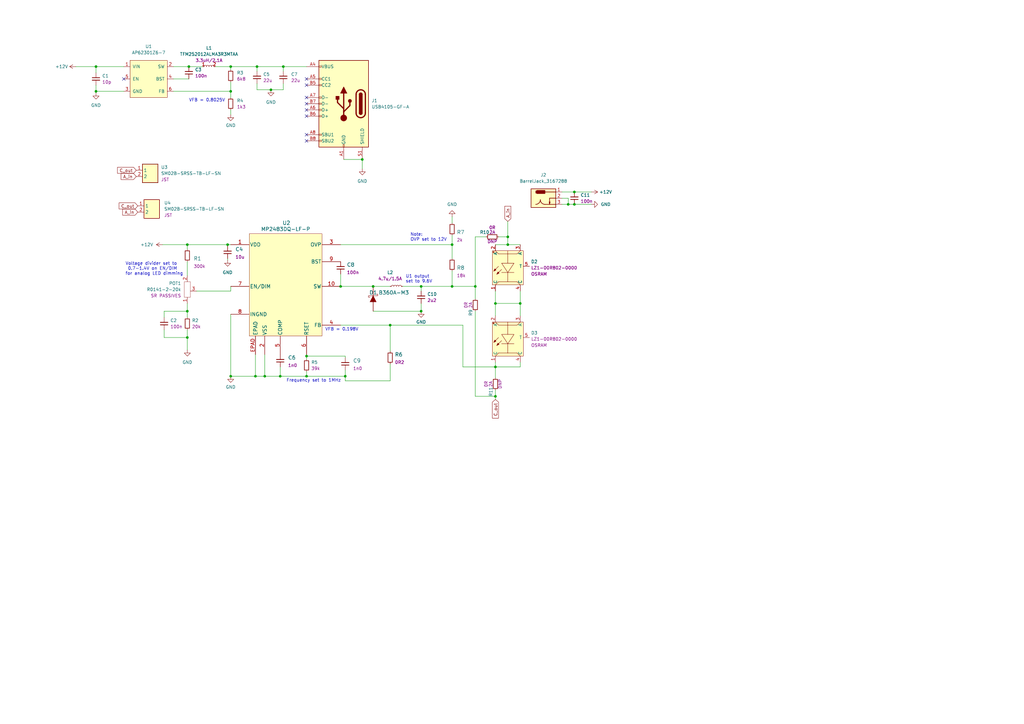
<source format=kicad_sch>
(kicad_sch (version 20211123) (generator eeschema)
  (paper "A3")
  (lib_symbols
    (symbol "antmicroBarrelAudioConnectors:BarrelJack_3167288" (pin_names hide)
      (property "Reference" "J" (at 17.78 -5.08 0))
      (property "Value" "BarrelJack_3167288" (at 17.78 -7.62 0))
      (symbol "BarrelJack_3167288_0_1"
        (polyline (pts (xy 5.08 -5.08) (xy 5.334 -4.064) (xy 4.826 -4.064) (xy 5.08 -5.08)) (fill (type outline)))
      )
      (symbol "BarrelJack_3167288_1_1"
        (polyline (pts (xy 2.54 -5.08) (xy 6.985 -5.08)) (stroke (width 0.254)) (fill (type background)))
        (polyline (pts (xy 2.54 -2.54) (xy 5.08 -2.54)) (stroke (width 0.254)) (fill (type background)))
        (polyline (pts (xy 2.54 0) (xy 6.985 0)) (stroke (width 0.254)) (fill (type background)))
        (polyline (pts (xy 5.08 -2.54) (xy 5.08 -5.08)) (stroke (width 0.254)) (fill (type background)))
        (rectangle (start 2.54 -6.35) (end 12.7 1.27) (stroke (width 0.254)) (fill (type background)))
        (arc (start 6.985 -5.08) (mid 10.237 -6.427) (end 8.89 -3.175) (stroke (width 0.254)))
        (rectangle (start 6.985 0.635) (end 10.16 -0.635) (stroke (width 0.254)) (fill (type outline)))
        (arc (start 8.89 -3.175) (mid 7.543 -6.427) (end 10.795 -5.08) (stroke (width 0.254)))
        (arc (start 10.16 0.635) (mid 9.711 -0.449) (end 10.795 0) (stroke (width 0.254)) (fill (type outline)))
        (arc (start 10.795 0) (mid 9.711 0.449) (end 10.16 -0.635) (stroke (width 0.254)) (fill (type outline)))
        (pin passive line (at 0 0 0) (length 2.54) (name "1") (number "1"))
        (pin passive line (at 0 -2.54 0) (length 2.54) (name "2") (number "2"))
        (pin passive line (at 0 -5.08 0) (length 2.54) (name "3") (number "3"))
      )
    )
    (symbol "antmicroCapacitors0402:C_100n_0402" (pin_numbers hide) (pin_names hide)
      (property "Reference" "C" (at 20.32 -5.08 0))
      (property "Val" "100n" (at 20.32 -7.62 0))
      (symbol "C_100n_0402_0_1"
        (polyline (pts (xy 2.032 -1.524) (xy 2.032 1.524)) (stroke (width 0.3048)))
        (polyline (pts (xy 3.048 -1.524) (xy 3.048 1.524)) (stroke (width 0.3302)))
      )
      (symbol "C_100n_0402_1_1"
        (pin passive line (at 0 0 0) (length 2.032) (name "~") (number "1"))
        (pin passive line (at 5.08 0 180) (length 2.032) (name "~") (number "2"))
      )
    )
    (symbol "antmicroCapacitors0402:C_10p_0402" (pin_numbers hide) (pin_names hide)
      (property "Reference" "C" (at 20.32 -5.08 0))
      (property "Val" "10p" (at 20.32 -7.62 0))
      (symbol "C_10p_0402_0_1"
        (polyline (pts (xy 2.032 -1.524) (xy 2.032 1.524)) (stroke (width 0.3048)))
        (polyline (pts (xy 3.048 -1.524) (xy 3.048 1.524)) (stroke (width 0.3302)))
      )
      (symbol "C_10p_0402_1_1"
        (pin passive line (at 0 0 0) (length 2.032) (name "~") (number "1"))
        (pin passive line (at 5.08 0 180) (length 2.032) (name "~") (number "2"))
      )
    )
    (symbol "antmicroCapacitors0402:C_1n0_0402" (pin_numbers hide) (pin_names hide)
      (property "Reference" "C" (at 20.32 -5.08 0))
      (property "Val" "1n0" (at 20.32 -7.62 0))
      (symbol "C_1n0_0402_0_1"
        (polyline (pts (xy 2.032 -1.524) (xy 2.032 1.524)) (stroke (width 0.3048)))
        (polyline (pts (xy 3.048 -1.524) (xy 3.048 1.524)) (stroke (width 0.3302)))
      )
      (symbol "C_1n0_0402_1_1"
        (pin passive line (at 0 0 0) (length 2.032) (name "~") (number "1"))
        (pin passive line (at 5.08 0 180) (length 2.032) (name "~") (number "2"))
      )
    )
    (symbol "antmicroCapacitors0603:C_22u_0603" (pin_numbers hide) (pin_names hide)
      (property "Reference" "C" (at 20.32 -5.08 0))
      (property "Val" "22u" (at 20.32 -7.62 0))
      (symbol "C_22u_0603_0_1"
        (polyline (pts (xy 2.032 -1.524) (xy 2.032 1.524)) (stroke (width 0.3048)))
        (polyline (pts (xy 3.048 -1.524) (xy 3.048 1.524)) (stroke (width 0.3302)))
      )
      (symbol "C_22u_0603_1_1"
        (pin passive line (at 0 0 0) (length 2.032) (name "~") (number "1"))
        (pin passive line (at 5.08 0 180) (length 2.032) (name "~") (number "2"))
      )
    )
    (symbol "antmicroCapacitors0603:C_2u2_0603" (pin_numbers hide) (pin_names hide)
      (property "Reference" "C" (at 20.32 -5.08 0))
      (property "Val" "2u2" (at 20.32 -7.62 0))
      (symbol "C_2u2_0603_0_1"
        (polyline (pts (xy 2.032 -1.524) (xy 2.032 1.524)) (stroke (width 0.3048)))
        (polyline (pts (xy 3.048 -1.524) (xy 3.048 1.524)) (stroke (width 0.3302)))
      )
      (symbol "C_2u2_0603_1_1"
        (pin passive line (at 0 0 0) (length 2.032) (name "~") (number "1"))
        (pin passive line (at 5.08 0 180) (length 2.032) (name "~") (number "2"))
      )
    )
    (symbol "antmicroCapacitorsmisc:C_10u_0805" (pin_numbers hide) (pin_names hide)
      (property "Reference" "C" (at 20.32 -5.08 0))
      (property "Val" "10u" (at 20.32 -7.62 0))
      (symbol "C_10u_0805_0_1"
        (polyline (pts (xy 2.032 -1.524) (xy 2.032 1.524)) (stroke (width 0.3048)))
        (polyline (pts (xy 3.048 -1.524) (xy 3.048 1.524)) (stroke (width 0.3302)))
      )
      (symbol "C_10u_0805_1_1"
        (pin passive line (at 0 0 0) (length 2.032) (name "~") (number "1"))
        (pin passive line (at 5.08 0 180) (length 2.032) (name "~") (number "2"))
      )
    )
    (symbol "antmicroDCDCConverters:AP62301Z6-7" (pin_names (offset 1.016))
      (property "Reference" "U" (at -7.62 8.89 0))
      (property "Value" "AP62301Z6-7" (at -7.62 -8.89 0))
      (symbol "AP62301Z6-7_0_1"
        (rectangle (start -7.62 7.62) (end 7.62 -7.62) (fill (type background)))
      )
      (symbol "AP62301Z6-7_1_1"
        (pin power_in line (at -10.16 5.08 0) (length 2.54) (name "VIN") (number "1"))
        (pin power_out line (at 10.16 5.08 180) (length 2.54) (name "SW") (number "2"))
        (pin power_in line (at -10.16 -5.08 0) (length 2.54) (name "GND") (number "3"))
        (pin output line (at 10.16 0 180) (length 2.54) (name "BST") (number "4"))
        (pin input line (at -10.16 0 0) (length 2.54) (name "EN") (number "5"))
        (pin input line (at 10.16 -5.08 180) (length 2.54) (name "FB") (number "6"))
      )
    )
    (symbol "antmicroDiodesRectifiersSingle:B360A-M3" (pin_numbers hide) (pin_names (offset 0) hide)
      (property "Reference" "D1" (at 2.54 1.5875 90))
      (property "Value" "B360A-M3" (at 2.54 -2.2225 90))
      (symbol "B360A-M3_0_1"
        (polyline (pts (xy 1.27 1.27) (xy 1.27 -1.27)))
        (polyline (pts (xy -1.27 1.27) (xy -1.27 -1.27) (xy 1.27 0) (xy -1.27 1.27)) (fill (type outline)))
        (polyline (pts (xy 1.27 -1.27) (xy 1.27 -1.905) (xy 1.905 -1.905) (xy 1.905 -1.27)))
        (polyline (pts (xy 1.27 1.27) (xy 1.27 1.905) (xy 0.635 1.905) (xy 0.635 1.27)))
      )
      (symbol "B360A-M3_1_1"
        (pin passive line (at -5.08 0 0) (length 3.81) (name "A") (number "1"))
        (pin passive line (at 5.08 0 180) (length 3.81) (name "K") (number "2"))
      )
    )
    (symbol "antmicroFixedInductors:SRP2512A-4R7M" (pin_numbers hide) (pin_names hide)
      (property "Reference" "L" (at 13.97 0 0))
      (property "Val" "4.7u/1.5A" (at 13.97 -5.08 0))
      (symbol "SRP2512A-4R7M_0_1"
        (arc (start 1.524 0) (mid 1.016 0.508) (end 0.508 0))
        (arc (start 2.54 0) (mid 2.032 0.508) (end 1.524 0))
        (arc (start 3.556 0) (mid 3.048 0.508) (end 2.54 0))
        (arc (start 4.572 0) (mid 4.064 0.508) (end 3.556 0))
      )
      (symbol "SRP2512A-4R7M_1_1"
        (pin passive line (at 0 0 0) (length 0.508) (name "~") (number "1"))
        (pin passive line (at 5.08 0 180) (length 0.508) (name "~") (number "2"))
      )
    )
    (symbol "antmicroFixedInductors:TFM252012ALMA3R3MTAA"
      (property "Reference" "L" (at 0 5.08 0))
      (property "Value" "TFM252012ALMA3R3MTAA" (at 0 -2.54 0))
      (property "VAL" "3.3uH/2.1A" (at 0 2.54 0))
      (symbol "TFM252012ALMA3R3MTAA_0_1"
        (arc (start -1.016 0) (mid -1.524 0.508) (end -2.032 0))
        (arc (start 0 0) (mid -0.508 0.508) (end -1.016 0))
        (arc (start 1.016 0) (mid 0.508 0.508) (end 0 0))
        (arc (start 2.032 0) (mid 1.524 0.508) (end 1.016 0))
      )
      (symbol "TFM252012ALMA3R3MTAA_1_1"
        (pin passive line (at -2.54 0 0) (length 0.508) (name "~") (number "1"))
        (pin passive line (at 2.54 0 180) (length 0.508) (name "~") (number "2"))
      )
    )
    (symbol "antmicroLEDIndicationDiscrete:LZ1-00R802-0000"
      (property "Reference" "D" (at 9.398 7.112 0))
      (property "MPN" "LZ1-00R802-0000" (at 10.16 4.826 0))
      (property "Manufacturer" "OSRAM" (at 9.144 2.794 0))
      (symbol "LZ1-00R802-0000_0_1"
        (polyline (pts (xy 3.81 -8.89) (xy 2.54 -10.16)))
        (polyline (pts (xy 3.81 -5.08) (xy 3.81 -8.89)))
        (polyline (pts (xy 3.81 -5.08) (xy 3.81 -1.27)))
        (polyline (pts (xy 3.81 -1.27) (xy 2.54 0)))
        (polyline (pts (xy 8.89 -2.54) (xy 7.62 -1.27)))
        (polyline (pts (xy 10.16 -1.27) (xy 8.89 0)))
        (polyline (pts (xy 15.24 -5.08) (xy 16.51 -5.08)))
        (polyline (pts (xy 15.24 -5.08) (xy 15.24 -8.89) (xy 16.51 -10.16)))
        (polyline (pts (xy 7.62 -5.08) (xy 11.43 -2.54) (xy 11.43 -7.62) (xy 7.62 -5.08)))
        (polyline (pts (xy 11.43 -5.08) (xy 15.24 -5.08) (xy 15.24 -1.27) (xy 16.51 0)))
        (polyline (pts (xy 2.54 1.27) (xy 2.54 -11.43) (xy 16.51 -11.43) (xy 16.51 1.27) (xy 2.54 1.27)) (fill (type background)))
        (polyline (pts (xy 3.81 -5.08) (xy 7.62 -5.08) (xy 7.62 -2.54) (xy 7.62 -7.62) (xy 7.62 -5.08)))
        (polyline (pts (xy 7.62 -1.27) (xy 7.366 -1.524) (xy 6.858 -0.508) (xy 7.874 -1.016) (xy 7.62 -1.27)) (fill (type outline)))
        (polyline (pts (xy 8.89 0) (xy 8.636 -0.254) (xy 8.128 0.762) (xy 9.144 0.254) (xy 8.89 0)) (fill (type outline)))
        (circle (center 16.002 0.762) (radius 0.254) (fill (type outline)))
      )
      (symbol "LZ1-00R802-0000_1_1"
        (pin output line (at 0 0 0) (length 2.54) (name "C") (number "1"))
        (pin input line (at 19.05 0 180) (length 2.54) (name "A") (number "2"))
        (pin input line (at 19.05 -10.16 180) (length 2.54) (name "A") (number "3"))
        (pin output line (at 0 -10.16 0) (length 2.54) (name "C") (number "4"))
        (pin input line (at 10.16 -13.97 90) (length 2.54) (name "T") (number "5"))
      )
    )
    (symbol "antmicroPMICLEDDrivers:MP2483DQ-LF-P" (pin_names (offset 0.254))
      (property "Reference" "U" (at -13.97 24.13 0))
      (property "Value" "MP2483DQ-LF-P" (at -5.08 20.955 0))
      (symbol "MP2483DQ-LF-P_1_1"
        (rectangle (start -15.24 19.05) (end 14.605 -22.86) (stroke (width 0.127)) (fill (type background)))
        (pin power_in line (at -22.86 14.605 0) (length 7.62) (name "VDD") (number "1"))
        (pin output line (at 22.225 -2.54 180) (length 7.62) (name "SW") (number "10"))
        (pin power_in line (at -8.89 -30.48 90) (length 7.62) (name "VSS") (number "2"))
        (pin unspecified line (at 22.225 14.605 180) (length 7.62) (name "OVP") (number "3"))
        (pin input line (at 22.225 -18.415 180) (length 7.62) (name "FB") (number "4"))
        (pin output line (at -2.54 -30.48 90) (length 7.62) (name "COMP") (number "5"))
        (pin unspecified line (at 8.255 -30.48 90) (length 7.62) (name "RSET") (number "6"))
        (pin input line (at -22.86 -2.54 0) (length 7.62) (name "EN/DIM") (number "7"))
        (pin power_in line (at -22.86 -13.97 0) (length 7.62) (name "INGND") (number "8"))
        (pin power_in line (at 22.225 7.62 180) (length 7.62) (name "BST") (number "9"))
        (pin power_in line (at -12.7 -30.48 90) (length 7.62) (name "EPAD") (number "EPAD"))
      )
    )
    (symbol "antmicroRectangularConnectorsHeadersMalePins:SM02B-SRSS-TB-LF-SN"
      (property "Reference" "U" (at 1.27 8.89 0))
      (property "Value" "SM02B-SRSS-TB-LF-SN" (at 12.7 3.81 0))
      (property "Manufacturer" "JST" (at 2.54 6.35 0))
      (symbol "SM02B-SRSS-TB-LF-SN_1_1"
        (rectangle (start 2.54 2.54) (end 8.89 -5.08) (stroke (width 0.254)) (fill (type background)))
        (pin passive line (at 0 0 0) (length 2.54) (name "1") (number "1"))
        (pin passive line (at 0 -2.54 0) (length 2.54) (name "2") (number "2"))
      )
    )
    (symbol "antmicroResistors0402:R_18k_0402" (pin_numbers hide) (pin_names hide)
      (property "Reference" "R" (at 20.32 -5.08 0))
      (property "Val" "18k" (at 20.32 -7.62 0))
      (symbol "R_18k_0402_0_1"
        (rectangle (start 0.635 0.889) (end 4.445 -0.889) (stroke (width 0.254)))
      )
      (symbol "R_18k_0402_1_1"
        (pin passive line (at 0 0 0) (length 0.635) (name "~") (number "1"))
        (pin passive line (at 5.08 0 180) (length 0.635) (name "~") (number "2"))
      )
    )
    (symbol "antmicroResistors0402:R_1k3_0402" (pin_numbers hide) (pin_names hide)
      (property "Reference" "R" (at 20.32 -5.08 0))
      (property "Val" "1k3" (at 20.32 -7.62 0))
      (symbol "R_1k3_0402_0_1"
        (rectangle (start 0.635 0.889) (end 4.445 -0.889) (stroke (width 0.254)))
      )
      (symbol "R_1k3_0402_1_1"
        (pin passive line (at 0 0 0) (length 0.635) (name "~") (number "1"))
        (pin passive line (at 5.08 0 180) (length 0.635) (name "~") (number "2"))
      )
    )
    (symbol "antmicroResistors0402:R_20k_0402" (pin_numbers hide) (pin_names hide)
      (property "Reference" "R" (at 20.32 -5.08 0))
      (property "Val" "20k" (at 20.32 -7.62 0))
      (symbol "R_20k_0402_0_1"
        (rectangle (start 0.635 0.889) (end 4.445 -0.889) (stroke (width 0.254)))
      )
      (symbol "R_20k_0402_1_1"
        (pin passive line (at 0 0 0) (length 0.635) (name "~") (number "1"))
        (pin passive line (at 5.08 0 180) (length 0.635) (name "~") (number "2"))
      )
    )
    (symbol "antmicroResistors0402:R_2k_0402" (pin_numbers hide) (pin_names hide)
      (property "Reference" "R" (at 20.32 -5.08 0))
      (property "Val" "2k" (at 20.32 -7.62 0))
      (symbol "R_2k_0402_0_1"
        (rectangle (start 0.635 0.889) (end 4.445 -0.889) (stroke (width 0.254)))
      )
      (symbol "R_2k_0402_1_1"
        (pin passive line (at 0 0 0) (length 0.635) (name "~") (number "1"))
        (pin passive line (at 5.08 0 180) (length 0.635) (name "~") (number "2"))
      )
    )
    (symbol "antmicroResistors0402:R_39k_0402" (pin_numbers hide) (pin_names hide)
      (property "Reference" "R" (at 20.32 -5.08 0))
      (property "Val" "39k" (at 20.32 -7.62 0))
      (symbol "R_39k_0402_0_1"
        (rectangle (start 0.635 0.889) (end 4.445 -0.889) (stroke (width 0.254)))
      )
      (symbol "R_39k_0402_1_1"
        (pin passive line (at 0 0 0) (length 0.635) (name "~") (number "1"))
        (pin passive line (at 5.08 0 180) (length 0.635) (name "~") (number "2"))
      )
    )
    (symbol "antmicroResistors0402:R_6k8_0402" (pin_numbers hide) (pin_names hide)
      (property "Reference" "R" (at 20.32 -5.08 0))
      (property "Val" "6k8" (at 20.32 -7.62 0))
      (symbol "R_6k8_0402_0_1"
        (rectangle (start 0.635 0.889) (end 4.445 -0.889) (stroke (width 0.254)))
      )
      (symbol "R_6k8_0402_1_1"
        (pin passive line (at 0 0 0) (length 0.635) (name "~") (number "1"))
        (pin passive line (at 5.08 0 180) (length 0.635) (name "~") (number "2"))
      )
    )
    (symbol "antmicroResistors0603:R_300k_0603" (pin_numbers hide) (pin_names hide)
      (property "Reference" "R" (at 20.32 -5.08 0))
      (property "Val" "300k" (at 20.32 -7.62 0))
      (symbol "R_300k_0603_0_1"
        (rectangle (start 0.635 0.889) (end 4.445 -0.889) (stroke (width 0.254)))
      )
      (symbol "R_300k_0603_1_1"
        (pin passive line (at 0 0 0) (length 0.635) (name "~") (number "1"))
        (pin passive line (at 5.08 0 180) (length 0.635) (name "~") (number "2"))
      )
    )
    (symbol "antmicroResistorsmisc:R_0R2_1206" (pin_numbers hide) (pin_names hide)
      (property "Reference" "R" (at 20.32 -5.08 0))
      (property "Val" "0R2" (at 20.32 -7.62 0))
      (symbol "R_0R2_1206_0_1"
        (rectangle (start 0.635 0.889) (end 4.445 -0.889) (stroke (width 0.254)))
      )
      (symbol "R_0R2_1206_1_1"
        (pin passive line (at 0 0 0) (length 0.635) (name "~") (number "1"))
        (pin passive line (at 5.08 0 180) (length 0.635) (name "~") (number "2"))
      )
    )
    (symbol "antmicroResistorsmisc:R_0R_1206" (pin_numbers hide) (pin_names hide)
      (property "Reference" "R" (at 20.32 -5.08 0))
      (property "Val" "0R" (at 20.32 -7.62 0))
      (property "Current" "2A" (at 20.32 -30.48 0))
      (symbol "R_0R_1206_0_1"
        (rectangle (start 0.635 0.889) (end 4.445 -0.889) (stroke (width 0.254)))
      )
      (symbol "R_0R_1206_1_1"
        (pin passive line (at 0 0 0) (length 0.635) (name "~") (number "1"))
        (pin passive line (at 5.08 0 180) (length 0.635) (name "~") (number "2"))
      )
    )
    (symbol "antmicroRotaryPotentiometersRheostats:R0141-2-20k"
      (property "Reference" "POT" (at 6.35 7.62 0))
      (property "Value" "R0141-2-20k" (at 6.35 2.54 0))
      (property "Manufacturer" "SR PASSIVES" (at 6.35 5.08 0))
      (symbol "R0141-2-20k_0_1"
        (rectangle (start 2.54 1.27) (end 8.89 -1.27) (stroke (width 0.1)))
      )
      (symbol "R0141-2-20k_1_1"
        (pin passive line (at 0 0 0) (length 2.54) (name "") (number "1"))
        (pin passive line (at 11.43 0 180) (length 2.54) (name "") (number "2"))
        (pin passive line (at 5.08 -3.81 90) (length 2.54) (name "") (number "3"))
      )
    )
    (symbol "antmicroUSBDVIHDMIConnectors:USB4105-GF-A" (pin_names (offset 1.016))
      (property "Reference" "J" (at 1.27 29.21 0))
      (property "Value" "USB4105-GF-A" (at -16.51 24.13 0))
      (symbol "USB4105-GF-A_1_1"
        (rectangle (start -10.16 17.78) (end 10.16 -17.78) (stroke (width 0.254)) (fill (type background)))
        (arc (start -8.89 -3.81) (mid -6.985 -5.715) (end -5.08 -3.81) (stroke (width 0.508)))
        (arc (start -7.62 -3.81) (mid -6.985 -4.445) (end -6.35 -3.81) (stroke (width 0.254)))
        (arc (start -7.62 -3.81) (mid -6.985 -4.445) (end -6.35 -3.81) (stroke (width 0.254)) (fill (type outline)))
        (rectangle (start -7.62 -3.81) (end -6.35 3.81) (stroke (width 0.254)) (fill (type outline)))
        (arc (start -6.35 3.81) (mid -6.985 4.445) (end -7.62 3.81) (stroke (width 0.254)))
        (arc (start -6.35 3.81) (mid -6.985 4.445) (end -7.62 3.81) (stroke (width 0.254)) (fill (type outline)))
        (arc (start -5.08 3.81) (mid -6.985 5.715) (end -8.89 3.81) (stroke (width 0.508)))
        (circle (center -2.54 1.143) (radius 0.635) (stroke (width 0.254)) (fill (type outline)))
        (rectangle (start -0.254 -17.78) (end 0.254 -16.764))
        (circle (center 0 -5.842) (radius 1.27) (fill (type outline)))
        (polyline (pts (xy -8.89 -3.81) (xy -8.89 3.81)) (stroke (width 0.508)))
        (polyline (pts (xy -5.08 3.81) (xy -5.08 -3.81)) (stroke (width 0.508)))
        (polyline (pts (xy 0 -5.842) (xy 0 4.318)) (stroke (width 0.508)))
        (polyline (pts (xy 0 -3.302) (xy -2.54 -0.762) (xy -2.54 0.508)) (stroke (width 0.508)))
        (polyline (pts (xy 0 -2.032) (xy 2.54 0.508) (xy 2.54 1.778)) (stroke (width 0.508)))
        (polyline (pts (xy -1.27 4.318) (xy 0 6.858) (xy 1.27 4.318) (xy -1.27 4.318)) (stroke (width 0.254)) (fill (type outline)))
        (rectangle (start 1.905 1.778) (end 3.175 3.048) (stroke (width 0.254)) (fill (type outline)))
        (rectangle (start 10.16 -14.986) (end 9.144 -15.494))
        (rectangle (start 10.16 -12.446) (end 9.144 -12.954))
        (rectangle (start 10.16 -4.826) (end 9.144 -5.334))
        (rectangle (start 10.16 -2.286) (end 9.144 -2.794))
        (rectangle (start 10.16 0.254) (end 9.144 -0.254))
        (rectangle (start 10.16 2.794) (end 9.144 2.286))
        (rectangle (start 10.16 7.874) (end 9.144 7.366))
        (rectangle (start 10.16 10.414) (end 9.144 9.906))
        (rectangle (start 10.16 15.494) (end 9.144 14.986))
        (pin passive line (at 0 -22.86 90) (length 5.08) (name "GND") (number "A1"))
        (pin passive line (at 0 -22.86 90) (length 5.08) hide (name "GND") (number "A12"))
        (pin passive line (at 15.24 15.24 180) (length 5.08) (name "VBUS") (number "A4"))
        (pin bidirectional line (at 15.24 10.16 180) (length 5.08) (name "CC1") (number "A5"))
        (pin bidirectional line (at 15.24 -2.54 180) (length 5.08) (name "D+") (number "A6"))
        (pin bidirectional line (at 15.24 2.54 180) (length 5.08) (name "D-") (number "A7"))
        (pin bidirectional line (at 15.24 -12.7 180) (length 5.08) (name "SBU1") (number "A8"))
        (pin passive line (at 15.24 15.24 180) (length 5.08) hide (name "VBUS") (number "A9"))
        (pin passive line (at 0 -22.86 90) (length 5.08) hide (name "GND") (number "B1"))
        (pin passive line (at 0 -22.86 90) (length 5.08) hide (name "GND") (number "B12"))
        (pin passive line (at 15.24 15.24 180) (length 5.08) hide (name "VBUS") (number "B4"))
        (pin bidirectional line (at 15.24 7.62 180) (length 5.08) (name "CC2") (number "B5"))
        (pin bidirectional line (at 15.24 -5.08 180) (length 5.08) (name "D+") (number "B6"))
        (pin bidirectional line (at 15.24 0 180) (length 5.08) (name "D-") (number "B7"))
        (pin bidirectional line (at 15.24 -15.24 180) (length 5.08) (name "SBU2") (number "B8"))
        (pin passive line (at 15.24 15.24 180) (length 5.08) hide (name "VBUS") (number "B9"))
        (pin passive line (at -7.62 -22.86 90) (length 5.08) (name "SHIELD") (number "S1"))
      )
    )
    (symbol "power:+12V" (power) (pin_names (offset 0))
      (property "Value" "+12V" (at 0 3.556 0))
      (symbol "+12V_0_1"
        (polyline (pts (xy -0.762 1.27) (xy 0 2.54)))
        (polyline (pts (xy 0 0) (xy 0 2.54)))
        (polyline (pts (xy 0 2.54) (xy 0.762 1.27)))
      )
      (symbol "+12V_1_1"
        (pin power_in line (at 0 0 90) (length 0) hide (name "+12V") (number "1"))
      )
    )
    (symbol "power:GND" (power) (pin_names (offset 0))
      (property "Value" "GND" (at 0 -3.81 0))
      (symbol "GND_0_1"
        (polyline (pts (xy 0 0) (xy 0 -1.27) (xy 1.27 -1.27) (xy 0 -2.54) (xy -1.27 -1.27) (xy 0 -1.27)))
      )
      (symbol "GND_1_1"
        (pin power_in line (at 0 0 270) (length 0) hide (name "GND") (number "1"))
      )
    )
  )
  (junction (at 141.605 154.305))
  (junction (at 185.42 117.475))
  (junction (at 235.585 83.82))
  (junction (at 160.02 133.35))
  (junction (at 39.37 37.465))
  (junction (at 116.205 27.305))
  (junction (at 77.47 27.305))
  (junction (at 114.935 154.305))
  (junction (at 76.835 100.33))
  (junction (at 172.72 117.475))
  (junction (at 185.42 100.33))
  (junction (at 203.2 162.56))
  (junction (at 153.035 117.475))
  (junction (at 39.37 27.305))
  (junction (at 108.585 154.305))
  (junction (at 93.345 100.33))
  (junction (at 208.28 97.155))
  (junction (at 208.28 100.33))
  (junction (at 172.72 127.635))
  (junction (at 94.615 27.305))
  (junction (at 111.125 36.83))
  (junction (at 104.775 154.305))
  (junction (at 105.41 27.305))
  (junction (at 213.36 124.46))
  (junction (at 125.73 146.05))
  (junction (at 233.045 83.82))
  (junction (at 148.59 65.405))
  (junction (at 76.835 127.635))
  (junction (at 203.2 124.46))
  (junction (at 76.835 138.43))
  (junction (at 94.615 154.305))
  (junction (at 203.2 150.495))
  (junction (at 94.615 37.465))
  (junction (at 139.7 117.475))
  (junction (at 235.585 78.74))
  (junction (at 194.945 117.475))
  (junction (at 125.73 154.305))
  (no_connect (at 125.73 42.545))
  (no_connect (at 125.73 32.385))
  (no_connect (at 125.73 55.245))
  (no_connect (at 125.73 34.925))
  (no_connect (at 125.73 45.085))
  (no_connect (at 50.8 32.385))
  (no_connect (at 125.73 47.625))
  (no_connect (at 125.73 40.005))
  (no_connect (at 125.73 57.785))
  (wire (pts (xy 213.36 119.38) (xy 213.36 124.46)))
  (wire (pts (xy 172.72 124.46) (xy 172.72 127.635)))
  (wire (pts (xy 88.265 27.305) (xy 94.615 27.305)))
  (wire (pts (xy 114.935 154.305) (xy 108.585 154.305)))
  (wire (pts (xy 203.2 150.495) (xy 213.36 150.495)))
  (wire (pts (xy 213.36 124.46) (xy 213.36 129.54)))
  (wire (pts (xy 39.37 27.305) (xy 50.8 27.305)))
  (wire (pts (xy 67.31 138.43) (xy 76.835 138.43)))
  (wire (pts (xy 114.935 154.305) (xy 125.73 154.305)))
  (wire (pts (xy 116.205 27.305) (xy 116.205 29.21)))
  (wire (pts (xy 208.28 90.805) (xy 208.28 97.155)))
  (wire (pts (xy 185.42 117.475) (xy 194.945 117.475)))
  (wire (pts (xy 203.2 100.33) (xy 208.28 100.33)))
  (wire (pts (xy 76.835 107.315) (xy 76.835 113.03)))
  (wire (pts (xy 185.42 111.125) (xy 185.42 117.475)))
  (wire (pts (xy 213.36 148.59) (xy 213.36 150.495)))
  (wire (pts (xy 67.31 130.175) (xy 67.31 127.635)))
  (wire (pts (xy 185.42 88.9) (xy 185.42 91.44)))
  (wire (pts (xy 94.615 37.465) (xy 94.615 33.655)))
  (wire (pts (xy 114.935 150.495) (xy 114.935 154.305)))
  (wire (pts (xy 172.72 117.475) (xy 185.42 117.475)))
  (wire (pts (xy 71.12 27.305) (xy 77.47 27.305)))
  (wire (pts (xy 76.835 100.33) (xy 76.835 102.235)))
  (wire (pts (xy 125.73 145.415) (xy 125.73 146.05)))
  (wire (pts (xy 153.035 117.475) (xy 160.02 117.475)))
  (wire (pts (xy 141.605 156.21) (xy 141.605 154.305)))
  (wire (pts (xy 94.615 27.305) (xy 94.615 28.575)))
  (wire (pts (xy 71.12 32.385) (xy 77.47 32.385)))
  (wire (pts (xy 208.28 100.33) (xy 208.28 97.155)))
  (wire (pts (xy 203.2 124.46) (xy 203.2 129.54)))
  (wire (pts (xy 203.2 119.38) (xy 203.2 124.46)))
  (wire (pts (xy 76.835 127.635) (xy 76.835 130.175)))
  (wire (pts (xy 148.59 65.405) (xy 148.59 69.215)))
  (wire (pts (xy 160.02 133.35) (xy 139.7 133.35)))
  (wire (pts (xy 80.645 119.38) (xy 94.615 119.38)))
  (wire (pts (xy 76.835 100.33) (xy 93.345 100.33)))
  (wire (pts (xy 125.73 146.05) (xy 141.605 146.05)))
  (wire (pts (xy 31.115 27.305) (xy 39.37 27.305)))
  (wire (pts (xy 76.835 124.46) (xy 76.835 127.635)))
  (wire (pts (xy 39.37 34.925) (xy 39.37 37.465)))
  (wire (pts (xy 194.945 122.555) (xy 194.945 117.475)))
  (wire (pts (xy 93.345 106.045) (xy 93.345 106.68)))
  (wire (pts (xy 160.02 156.21) (xy 141.605 156.21)))
  (wire (pts (xy 71.12 37.465) (xy 94.615 37.465)))
  (wire (pts (xy 203.2 150.495) (xy 203.2 154.94)))
  (wire (pts (xy 189.865 133.35) (xy 160.02 133.35)))
  (wire (pts (xy 125.73 146.05) (xy 125.73 147.32)))
  (wire (pts (xy 203.2 162.56) (xy 203.2 163.83)))
  (wire (pts (xy 213.36 124.46) (xy 203.2 124.46)))
  (wire (pts (xy 194.945 97.155) (xy 199.39 97.155)))
  (wire (pts (xy 105.41 27.305) (xy 116.205 27.305)))
  (wire (pts (xy 203.2 160.02) (xy 203.2 162.56)))
  (wire (pts (xy 194.945 127.635) (xy 194.945 162.56)))
  (wire (pts (xy 141.605 151.765) (xy 141.605 154.305)))
  (wire (pts (xy 93.345 100.965) (xy 93.345 100.33)))
  (wire (pts (xy 141.605 146.685) (xy 141.605 146.05)))
  (wire (pts (xy 39.37 37.465) (xy 39.37 38.1)))
  (wire (pts (xy 230.505 81.28) (xy 233.045 81.28)))
  (wire (pts (xy 105.41 27.305) (xy 105.41 29.21)))
  (wire (pts (xy 125.73 152.4) (xy 125.73 154.305)))
  (wire (pts (xy 125.73 154.305) (xy 141.605 154.305)))
  (wire (pts (xy 116.205 36.83) (xy 111.125 36.83)))
  (wire (pts (xy 204.47 97.155) (xy 208.28 97.155)))
  (wire (pts (xy 94.615 119.38) (xy 94.615 117.475)))
  (wire (pts (xy 235.585 83.82) (xy 242.57 83.82)))
  (wire (pts (xy 189.865 150.495) (xy 189.865 133.35)))
  (wire (pts (xy 76.835 135.255) (xy 76.835 138.43)))
  (wire (pts (xy 189.865 150.495) (xy 203.2 150.495)))
  (wire (pts (xy 172.72 117.475) (xy 172.72 119.38)))
  (wire (pts (xy 111.125 36.83) (xy 105.41 36.83)))
  (wire (pts (xy 67.31 127.635) (xy 76.835 127.635)))
  (wire (pts (xy 139.7 117.475) (xy 153.035 117.475)))
  (wire (pts (xy 94.615 27.305) (xy 105.41 27.305)))
  (wire (pts (xy 76.835 138.43) (xy 76.835 143.51)))
  (wire (pts (xy 160.02 149.225) (xy 160.02 156.21)))
  (wire (pts (xy 185.42 96.52) (xy 185.42 100.33)))
  (wire (pts (xy 230.505 83.82) (xy 233.045 83.82)))
  (wire (pts (xy 94.615 154.305) (xy 104.775 154.305)))
  (wire (pts (xy 104.775 154.305) (xy 104.775 145.415)))
  (wire (pts (xy 66.675 100.33) (xy 76.835 100.33)))
  (wire (pts (xy 94.615 45.085) (xy 94.615 46.99)))
  (wire (pts (xy 116.205 27.305) (xy 125.73 27.305)))
  (wire (pts (xy 94.615 40.005) (xy 94.615 37.465)))
  (wire (pts (xy 165.1 117.475) (xy 172.72 117.475)))
  (wire (pts (xy 67.31 135.255) (xy 67.31 138.43)))
  (wire (pts (xy 233.045 81.28) (xy 233.045 83.82)))
  (wire (pts (xy 233.045 83.82) (xy 235.585 83.82)))
  (wire (pts (xy 194.945 97.155) (xy 194.945 117.475)))
  (wire (pts (xy 104.775 154.305) (xy 108.585 154.305)))
  (wire (pts (xy 203.2 148.59) (xy 203.2 150.495)))
  (wire (pts (xy 39.37 29.845) (xy 39.37 27.305)))
  (wire (pts (xy 242.57 78.74) (xy 235.585 78.74)))
  (wire (pts (xy 108.585 154.305) (xy 108.585 145.415)))
  (wire (pts (xy 105.41 36.83) (xy 105.41 34.29)))
  (wire (pts (xy 194.945 162.56) (xy 203.2 162.56)))
  (wire (pts (xy 139.7 112.395) (xy 139.7 117.475)))
  (wire (pts (xy 116.205 34.29) (xy 116.205 36.83)))
  (wire (pts (xy 139.7 100.33) (xy 185.42 100.33)))
  (wire (pts (xy 185.42 106.045) (xy 185.42 100.33)))
  (wire (pts (xy 153.035 127.635) (xy 172.72 127.635)))
  (wire (pts (xy 230.505 78.74) (xy 235.585 78.74)))
  (wire (pts (xy 94.615 128.905) (xy 94.615 154.305)))
  (wire (pts (xy 160.02 133.35) (xy 160.02 144.145)))
  (wire (pts (xy 140.97 65.405) (xy 148.59 65.405)))
  (wire (pts (xy 77.47 27.305) (xy 83.185 27.305)))
  (wire (pts (xy 39.37 37.465) (xy 50.8 37.465)))
  (wire (pts (xy 93.345 100.33) (xy 94.615 100.33)))
  (wire (pts (xy 208.28 100.33) (xy 213.36 100.33)))
  (text "Note: \nOVP set to 12V" (at 168.275 99.06 0) (effects (font (size 1.27 1.27)) (justify left bottom)))
  (text "VFB = 0.198V\n" (at 133.35 135.89 0) (effects (font (size 1.27 1.27)) (justify left bottom)))
  (text "Frequency set to 1MHz" (at 117.475 156.845 0) (effects (font (size 1.27 1.27)) (justify left bottom)))
  (text "VFB = 0.8025V" (at 77.47 41.91 0) (effects (font (size 1.27 1.27)) (justify left bottom)))
  (text "Voltage divider set to\n 0.7-1.4V on EN/DIM\nfor analog LED dimming" (at 51.435 113.03 0) (effects (font (size 1.27 1.27)) (justify left bottom)))
  (text "U1 output\nset to 9.6V\n" (at 166.37 116.205 0) (effects (font (size 1.27 1.27)) (justify left bottom)))
  (global_label "C_out" (shape input) (at 203.2 163.83 270) (property "Intersheet References" "${INTERSHEET_REFS}" (effects hide)))
  (global_label "A_in" (shape input) (at 55.88 72.39 180) (property "Intersheet References" "${INTERSHEET_REFS}" (effects hide)))
  (global_label "C_out" (shape input) (at 55.88 69.85 180) (property "Intersheet References" "${INTERSHEET_REFS}" (effects hide)))
  (global_label "C_out" (shape input) (at 56.515 84.455 180) (property "Intersheet References" "${INTERSHEET_REFS}" (effects hide)))
  (global_label "A_in" (shape input) (at 56.515 86.995 180) (property "Intersheet References" "${INTERSHEET_REFS}" (effects hide)))
  (global_label "A_in" (shape input) (at 208.28 90.805 90) (property "Intersheet References" "${INTERSHEET_REFS}" (effects hide)))
  (symbol (lib_id "antmicroLEDIndicationDiscrete:LZ1-00R802-0000") (at 203.2 148.59 90) (unit 1)
    (property "Reference" "D3" (at 217.805 136.5249 90) (effects (justify right)))
    (property "Value" "LZ1-00R802-0000" (effects hide))
    (property "Footprint" "antmicro-footprints:LZ1-00R802_4EP_4.4x4.4" (effects hide))
    (property "Datasheet" "https://dammedia.osram.info/media/resource/hires/osram-dam-20512286/LZ1-00R802_EN.pdf" (effects hide))
    (property "MPN" "LZ1-00R802-0000" (at 217.805 139.0649 90) (effects (justify right)))
    (property "Manufacturer" "OSRAM" (at 217.805 141.6049 90) (effects (justify right)))
    (property "License" "Apache-2.0 License" (effects hide))
    (property "Copyright" "Copyright (c) 2023 Antmicro" (effects hide))
  )
  (symbol (lib_id "antmicroCapacitors0402:C_1n0_0402") (at 114.935 150.495 90) (unit 1)
    (property "Reference" "C6" (at 118.11 146.6786 90) (effects (font (size 1.524 1.524)) (justify right)))
    (property "Value" "C_1n0_0402" (effects hide))
    (property "Footprint" "antmicro-footprints:0402-cap" (effects hide))
    (property "Manufacturer" "WURTH_ELEKTRONIK" (effects hide))
    (property "MPN" "885012005018" (effects hide))
    (property "Val" "1n0" (at 118.11 149.8535 90) (effects (justify right)))
    (property "License" "Apache-2.0 License" (effects hide))
    (property "Copyright" "Copyright (c) 2023 Antmicro" (effects hide))
  )
  (symbol (lib_id "power:+12V") (at 242.57 78.74 270) (unit 1)
    (property "Reference" "#PWR012" (effects hide))
    (property "Value" "+12V" (at 245.745 78.7399 90) (effects (justify left)))
  )
  (symbol (lib_id "antmicroResistors0402:R_6k8_0402") (at 94.615 33.655 90) (unit 1)
    (property "Reference" "R3" (at 97.155 29.8449 90) (effects (justify right)))
    (property "Value" "R_6k8_0402" (effects hide))
    (property "Footprint" "antmicro-footprints:0402-res" (effects hide))
    (property "Datasheet" "https://www.bourns.com/docs/product-datasheets/cr.pdf" (effects hide))
    (property "MPN" "CR0402-FX-6801GLF" (effects hide))
    (property "Manufacturer" "Bourns" (effects hide))
    (property "License" "Apache-2.0 License" (effects hide))
    (property "Copyright" "Copyright (c) 2023 Antmicro" (effects hide))
    (property "Val" "6k8" (at 97.155 32.3849 90) (effects (justify right)))
    (property "Tolerance" "1%" (effects hide))
  )
  (symbol (lib_id "antmicroResistorsmisc:R_0R_1206") (at 194.945 127.635 90) (unit 1)
    (property "Reference" "R9" (at 193.04 128.27 0))
    (property "Value" "R_0R_1206" (effects hide))
    (property "Footprint" "antmicro-footprints:R_1206_3216Metric" (effects hide))
    (property "Datasheet" "https://www.farnell.com/datasheets/2860635.pdf" (effects hide))
    (property "MPN" "MCMR12X000_PTL" (effects hide))
    (property "Manufacturer" "Multicomp PRO" (effects hide))
    (property "License" "Apache-2.0 License" (effects hide))
    (property "Copyright" "Copyright (c) 2023 Antmicro" (effects hide))
    (property "Val" "0R" (at 191.135 125.095 0))
    (property "Current" "2A" (at 193.04 125.095 0))
  )
  (symbol (lib_id "antmicroUSBDVIHDMIConnectors:USB4105-GF-A") (at 140.97 42.545 0) (mirror y) (unit 1)
    (property "Reference" "J1" (at 152.4 41.2749 0) (effects (justify right)))
    (property "Value" "USB4105-GF-A" (at 152.4 43.8149 0) (effects (justify right)))
    (property "Footprint" "antmicro-footprints:GCT_USB4105-GF-A" (effects hide))
    (property "Datasheet" "https://gct.co/files/drawings/usb4105.pdf" (effects hide))
    (property "Manufacturer" "GCT" (effects hide))
    (property "MPN" "USB4105-GF-A" (effects hide))
  )
  (symbol (lib_id "power:GND") (at 242.57 83.82 90) (unit 1)
    (property "Reference" "#PWR013" (effects hide))
    (property "Value" "GND" (at 246.38 83.8199 90) (effects (justify right)))
  )
  (symbol (lib_id "antmicroFixedInductors:TFM252012ALMA3R3MTAA") (at 85.725 27.305 0) (unit 1)
    (property "Reference" "L1" (at 85.725 19.685 0))
    (property "Value" "TFM252012ALMA3R3MTAA" (at 85.725 22.225 0))
    (property "Footprint" "antmicro-footprints:L_1008_2520Metric" (effects hide))
    (property "Datasheet" "https://product.tdk.com/system/files/dam/doc/product/inductor/inductor/smd/catalog/inductor_automotive_power_tfm252012alma_en.pdf" (effects hide))
    (property "MPN" "TFM252012ALMA3R3MTAA" (effects hide))
    (property "Manufacturer" "TDK" (effects hide))
    (property "VAL" "3.3uH/2.1A" (at 85.725 24.765 0))
  )
  (symbol (lib_id "antmicroCapacitors0402:C_100n_0402") (at 67.31 135.255 90) (unit 1)
    (property "Reference" "C2" (at 69.85 131.4385 90) (effects (justify right)))
    (property "Value" "C_100n_0402" (effects hide))
    (property "Footprint" "antmicro-footprints:C_0402_1005Metric" (effects hide))
    (property "Datasheet" "https://search.murata.co.jp/Ceramy/image/img/A01X/G101/ENG/GRM155R61H104KE14-01.pdf" (effects hide))
    (property "MPN" "GRM155R61H104KE14D" (effects hide))
    (property "Manufacturer" "Murata" (effects hide))
    (property "License" "Apache-2.0 License" (effects hide))
    (property "Copyright" "Copyright (c) 2023 Antmicro" (effects hide))
    (property "Val" "100n" (at 69.85 133.9785 90) (effects (justify right)))
    (property "Voltage" "50V" (effects hide))
    (property "Dielectric" "X5R" (effects hide))
  )
  (symbol (lib_id "antmicroCapacitors0402:C_100n_0402") (at 235.585 83.82 90) (unit 1)
    (property "Reference" "C11" (at 238.125 80.01 90) (effects (justify right)))
    (property "Value" "C_100n_0402" (effects hide))
    (property "Footprint" "antmicro-footprints:C_0402_1005Metric" (effects hide))
    (property "Datasheet" "https://search.murata.co.jp/Ceramy/image/img/A01X/G101/ENG/GRM155R61H104KE14-01.pdf" (effects hide))
    (property "MPN" "GRM155R61H104KE14D" (effects hide))
    (property "Manufacturer" "Murata" (effects hide))
    (property "License" "Apache-2.0 License" (effects hide))
    (property "Copyright" "Copyright (c) 2023 Antmicro" (effects hide))
    (property "Val" "100n" (at 238.125 82.55 90) (effects (justify right)))
    (property "Voltage" "50V" (effects hide))
    (property "Dielectric" "X5R" (effects hide))
  )
  (symbol (lib_id "power:GND") (at 148.59 69.215 0) (unit 1)
    (property "Reference" "#PWR09" (effects hide))
    (property "Value" "GND" (at 148.59 74.295 0))
  )
  (symbol (lib_id "antmicroResistorsmisc:R_0R_1206") (at 203.2 160.02 90) (unit 1)
    (property "Reference" "R11" (at 201.295 160.655 0))
    (property "Value" "R_0R_1206" (effects hide))
    (property "Footprint" "antmicro-footprints:R_1206_3216Metric" (effects hide))
    (property "Datasheet" "https://www.farnell.com/datasheets/2860635.pdf" (effects hide))
    (property "MPN" "MCMR12X000_PTL" (effects hide))
    (property "Manufacturer" "Multicomp PRO" (effects hide))
    (property "License" "Apache-2.0 License" (effects hide))
    (property "Copyright" "Copyright (c) 2023 Antmicro" (effects hide))
    (property "Val" "0R" (at 199.39 157.48 0))
    (property "Current" "2A" (at 201.295 157.48 0))
    (property "DNP" "DNP" (at 205.105 157.48 0))
  )
  (symbol (lib_id "antmicroResistors0402:R_20k_0402") (at 76.835 135.255 90) (unit 1)
    (property "Reference" "R2" (at 78.74 131.4449 90) (effects (justify right)))
    (property "Value" "R_20k_0402" (effects hide))
    (property "Footprint" "antmicro-footprints:R_0402_1005Metric" (effects hide))
    (property "Datasheet" "https://www.bourns.com/docs/product-datasheets/cr.pdf" (effects hide))
    (property "MPN" "CR0402-FX-2002GLF" (effects hide))
    (property "Manufacturer" "Bourns" (effects hide))
    (property "License" "Apache-2.0 License" (effects hide))
    (property "Copyright" "Copyright (c) 2023 Antmicro" (effects hide))
    (property "Val" "20k" (at 78.74 133.9849 90) (effects (justify right)))
    (property "Tolerance" "1%" (effects hide))
  )
  (symbol (lib_id "antmicroCapacitors0402:C_1n0_0402") (at 141.605 151.765 90) (unit 1)
    (property "Reference" "C9" (at 144.78 147.9486 90) (effects (font (size 1.524 1.524)) (justify right)))
    (property "Value" "C_1n0_0402" (effects hide))
    (property "Footprint" "antmicro-footprints:0402-cap" (effects hide))
    (property "Manufacturer" "WURTH_ELEKTRONIK" (effects hide))
    (property "MPN" "885012005018" (effects hide))
    (property "Val" "1n0" (at 144.78 151.1235 90) (effects (justify right)))
    (property "License" "Apache-2.0 License" (effects hide))
    (property "Copyright" "Copyright (c) 2023 Antmicro" (effects hide))
  )
  (symbol (lib_id "power:+12V") (at 31.115 27.305 90) (unit 1)
    (property "Reference" "#PWR01" (effects hide))
    (property "Value" "+12V" (at 27.94 27.3049 90) (effects (justify left)))
  )
  (symbol (lib_id "antmicroResistors0603:R_300k_0603") (at 76.835 107.315 90) (unit 1)
    (property "Reference" "R1" (at 79.375 106.045 90) (effects (font (size 1.524 1.524)) (justify right)))
    (property "Value" "R_300k_0603" (effects hide))
    (property "Footprint" "antmicro-footprints:0603-res" (effects hide))
    (property "Datasheet" "https://www.bourns.com/docs/product-datasheets/cr.pdf" (effects hide))
    (property "Manufacturer" "Bourns" (effects hide))
    (property "MPN" "CR0603-FX-3003ELF" (effects hide))
    (property "Val" "300k" (at 79.375 109.2199 90) (effects (justify right)))
    (property "License" "Apache-2.0 License" (effects hide))
    (property "Copyright" "Copyright (c) 2023 Antmicro" (effects hide))
    (property "Tolerance" "1%" (effects hide))
  )
  (symbol (lib_id "power:GND") (at 39.37 38.1 0) (unit 1)
    (property "Reference" "#PWR02" (effects hide))
    (property "Value" "GND" (at 39.37 43.18 0))
  )
  (symbol (lib_id "antmicroRectangularConnectorsHeadersMalePins:SM02B-SRSS-TB-LF-SN") (at 56.515 84.455 0) (unit 1)
    (property "Reference" "U4" (at 67.31 83.1849 0) (effects (justify left)))
    (property "Value" "SM02B-SRSS-TB-LF-SN" (at 67.31 85.7249 0) (effects (justify left)))
    (property "Footprint" "antmicro-footprints:JST_SM02B-SRSS-TB(LF)(SN)" (effects hide))
    (property "Datasheet" "https://www.farnell.com/datasheets/2082363.pdf" (effects hide))
    (property "MPN" "SM02B-SRSS-TB (LF)(SN)" (effects hide))
    (property "Manufacturer" "JST" (at 67.31 88.2649 0) (effects (justify left)))
    (property "Copyright" "Copyright (c) 2023 Antmicro" (effects hide))
    (property "License" "Apache-2.0 License" (effects hide))
  )
  (symbol (lib_id "antmicroRectangularConnectorsHeadersMalePins:SM02B-SRSS-TB-LF-SN") (at 55.88 69.85 0) (unit 1)
    (property "Reference" "U3" (at 66.04 68.5799 0) (effects (justify left)))
    (property "Value" "SM02B-SRSS-TB-LF-SN" (at 66.04 71.1199 0) (effects (justify left)))
    (property "Footprint" "antmicro-footprints:JST_SM02B-SRSS-TB(LF)(SN)" (effects hide))
    (property "Datasheet" "https://www.farnell.com/datasheets/2082363.pdf" (effects hide))
    (property "MPN" "SM02B-SRSS-TB (LF)(SN)" (effects hide))
    (property "Manufacturer" "JST" (at 66.04 73.6599 0) (effects (justify left)))
    (property "Copyright" "Copyright (c) 2023 Antmicro" (effects hide))
    (property "License" "Apache-2.0 License" (effects hide))
  )
  (symbol (lib_id "power:GND") (at 94.615 46.99 0) (unit 1)
    (property "Reference" "#PWR06" (effects hide))
    (property "Value" "GND" (at 94.615 51.435 0))
  )
  (symbol (lib_id "antmicroCapacitors0603:C_2u2_0603") (at 172.72 124.46 90) (unit 1)
    (property "Reference" "C10" (at 175.26 120.6435 90) (effects (justify right)))
    (property "Value" "C_2u2_0603" (effects hide))
    (property "Footprint" "antmicro-footprints:0603-cap" (effects hide))
    (property "Datasheet" "template_datasheet" (effects hide))
    (property "MPN" "C1608X5R1V225K080AC" (effects hide))
    (property "Manufacturer" "TDK" (effects hide))
    (property "License" "Apache-2.0 License" (effects hide))
    (property "Copyright" "Copyright (c) 2023 Antmicro" (effects hide))
    (property "Val" "2u2" (at 175.26 123.1835 90) (effects (justify right)))
  )
  (symbol (lib_id "power:GND") (at 76.835 143.51 0) (unit 1)
    (property "Reference" "#PWR04" (effects hide))
    (property "Value" "GND" (at 76.835 148.59 0))
  )
  (symbol (lib_id "power:GND") (at 93.345 106.68 0) (unit 1)
    (property "Reference" "#PWR05" (effects hide))
    (property "Value" "GND" (at 93.345 111.76 0))
  )
  (symbol (lib_id "antmicroCapacitorsmisc:C_10u_0805") (at 93.345 106.045 90) (unit 1)
    (property "Reference" "C4" (at 96.52 102.2286 90) (effects (font (size 1.524 1.524)) (justify right)))
    (property "Value" "C_10u_0805" (effects hide))
    (property "Footprint" "antmicro-footprints:0805-cap" (effects hide))
    (property "Manufacturer" "JOHANSON_DIELECTRICS" (effects hide))
    (property "MPN" "160R15X106KV4E" (effects hide))
    (property "Val" "10u" (at 96.52 105.4035 90) (effects (justify right)))
    (property "License" "Apache-2.0 License" (effects hide))
    (property "Copyright" "Copyright (c) 2023 Antmicro" (effects hide))
  )
  (symbol (lib_id "antmicroResistors0402:R_18k_0402") (at 185.42 111.125 90) (unit 1)
    (property "Reference" "R8" (at 187.325 109.855 90) (effects (font (size 1.524 1.524)) (justify right)))
    (property "Value" "R_18k_0402" (effects hide))
    (property "Footprint" "antmicro-footprints:0402-res" (effects hide))
    (property "Datasheet" "https://www.bourns.com/docs/product-datasheets/cr.pdf" (effects hide))
    (property "Manufacturer" "Bourns" (effects hide))
    (property "MPN" "CR0402-FX-1802GLF" (effects hide))
    (property "Val" "18k" (at 187.325 113.0299 90) (effects (justify right)))
    (property "License" "Apache-2.0 License" (effects hide))
    (property "Copyright" "Copyright (c) 2023 Antmicro" (effects hide))
    (property "Tolerance" "1%" (effects hide))
  )
  (symbol (lib_id "power:GND") (at 94.615 154.305 0) (unit 1)
    (property "Reference" "#PWR07" (effects hide))
    (property "Value" "GND" (at 94.615 158.75 0))
  )
  (symbol (lib_id "antmicroRotaryPotentiometersRheostats:R0141-2-20k") (at 76.835 124.46 90) (unit 1)
    (property "Reference" "POT1" (at 74.295 116.2049 90) (effects (justify left)))
    (property "Value" "R0141-2-20k" (at 74.295 118.7449 90) (effects (justify left)))
    (property "Footprint" "antmicro-footprints:R0141-2-20k" (effects hide))
    (property "Datasheet" "https://www.tme.eu/Document/48eb4fb11c5e0c9b1cd467745dfbcb98/R0141-2.pdf" (effects hide))
    (property "MPN" "R0141-2-20k" (effects hide))
    (property "Manufacturer" "SR PASSIVES" (at 74.295 121.2849 90) (effects (justify left)))
    (property "Copyright" "Copyright (c) 2023 Antmicro" (effects hide))
    (property "License" "Apache-2.0" (effects hide))
  )
  (symbol (lib_id "antmicroDiodesRectifiersSingle:B360A-M3") (at 153.035 122.555 90) (unit 1)
    (property "Reference" "D1" (at 151.4475 120.015 90) (effects (font (size 1.524 1.524)) (justify right)))
    (property "Value" "B360A-M3" (at 155.2575 120.015 90) (effects (font (size 1.524 1.524)) (justify right)))
    (property "Footprint" "antmicro-footprints:DO-214AC" (effects hide))
    (property "Datasheet" "https://www.vishay.com/docs/89414/b350a-m3.pdf" (effects hide))
    (property "MPN" "B360A-M3/61T" (effects hide))
    (property "Manufacturer" "Vishay" (effects hide))
  )
  (symbol (lib_id "antmicroCapacitors0603:C_22u_0603") (at 105.41 34.29 90) (unit 1)
    (property "Reference" "C5" (at 107.95 30.4735 90) (effects (justify right)))
    (property "Value" "C_22u_0603" (effects hide))
    (property "Footprint" "antmicro-footprints:C_0603_1608Metric" (effects hide))
    (property "Datasheet" "template_datasheet" (effects hide))
    (property "MPN" "GRM188R60J226MEA0D" (effects hide))
    (property "Manufacturer" "MURATA" (effects hide))
    (property "License" "Apache-2.0 License" (effects hide))
    (property "Copyright" "Copyright (c) 2023 Antmicro" (effects hide))
    (property "Val" "22u" (at 107.95 33.0135 90) (effects (justify right)))
  )
  (symbol (lib_id "power:GND") (at 185.42 88.9 180) (unit 1)
    (property "Reference" "#PWR011" (effects hide))
    (property "Value" "GND" (at 185.42 83.82 0))
  )
  (symbol (lib_id "antmicroCapacitors0402:C_100n_0402") (at 77.47 32.385 90) (unit 1)
    (property "Reference" "C3" (at 80.01 28.575 90) (effects (justify right)))
    (property "Value" "C_100n_0402" (effects hide))
    (property "Footprint" "antmicro-footprints:C_0402_1005Metric" (effects hide))
    (property "Datasheet" "https://search.murata.co.jp/Ceramy/image/img/A01X/G101/ENG/GRM155R61H104KE14-01.pdf" (effects hide))
    (property "MPN" "GRM155R61H104KE14D" (effects hide))
    (property "Manufacturer" "Murata" (effects hide))
    (property "License" "Apache-2.0 License" (effects hide))
    (property "Copyright" "Copyright (c) 2023 Antmicro" (effects hide))
    (property "Val" "100n" (at 80.01 31.115 90) (effects (justify right)))
    (property "Voltage" "50V" (effects hide))
    (property "Dielectric" "X5R" (effects hide))
  )
  (symbol (lib_id "antmicroLEDIndicationDiscrete:LZ1-00R802-0000") (at 203.2 119.38 90) (unit 1)
    (property "Reference" "D2" (at 217.805 107.3149 90) (effects (justify right)))
    (property "Value" "LZ1-00R802-0000" (effects hide))
    (property "Footprint" "antmicro-footprints:LZ1-00R802_4EP_4.4x4.4" (effects hide))
    (property "Datasheet" "https://dammedia.osram.info/media/resource/hires/osram-dam-20512286/LZ1-00R802_EN.pdf" (effects hide))
    (property "MPN" "LZ1-00R802-0000" (at 217.805 109.8549 90) (effects (justify right)))
    (property "Manufacturer" "OSRAM" (at 217.805 112.3949 90) (effects (justify right)))
    (property "License" "Apache-2.0 License" (effects hide))
    (property "Copyright" "Copyright (c) 2023 Antmicro" (effects hide))
  )
  (symbol (lib_id "power:GND") (at 111.125 36.83 0) (unit 1)
    (property "Reference" "#PWR08" (effects hide))
    (property "Value" "GND" (at 111.125 41.91 0))
  )
  (symbol (lib_id "antmicroFixedInductors:SRP2512A-4R7M") (at 160.02 117.475 0) (unit 1)
    (property "Reference" "L2" (at 160.0073 111.76 0))
    (property "Value" "SRP2512A-4R7M" (effects hide))
    (property "Footprint" "antmicro-footprints:SRP2512A-1R0M" (effects hide))
    (property "Datasheet" "https://www.bourns.com/docs/Product-Datasheets/SRP2512A.pdf" (effects hide))
    (property "Manufacturer" "BOURNS" (effects hide))
    (property "MPN" "SRP2512A-1R0M" (effects hide))
    (property "MaxCur" "1.5A" (effects hide))
    (property "Size" "2.5x2.0" (effects hide))
    (property "Val" "4.7u/1.5A" (at 160.0073 114.3 0))
    (property "Copyright" "Copyright (c) 2023 Antmicro" (effects hide))
    (property "License" "Apache-2.0 License" (effects hide))
  )
  (symbol (lib_id "antmicroPMICLEDDrivers:MP2483DQ-LF-P") (at 117.475 114.935 0) (unit 1)
    (property "Reference" "U2" (at 117.475 91.44 0) (effects (font (size 1.524 1.524))))
    (property "Value" "MP2483DQ-LF-P" (at 117.1575 93.98 0) (effects (font (size 1.524 1.524))))
    (property "Footprint" "antmicro-footprints:MP2483DQ-LF-P" (effects hide))
    (property "MPN" "MP2483DQ-LF-P" (effects hide))
    (property "Manufacturer" "Monolithic Power Systems Inc." (effects hide))
  )
  (symbol (lib_id "power:GND") (at 172.72 127.635 0) (unit 1)
    (property "Reference" "#PWR010" (effects hide))
    (property "Value" "GND" (at 172.72 132.08 0))
  )
  (symbol (lib_id "antmicroBarrelAudioConnectors:BarrelJack_3167288") (at 230.505 78.74 0) (mirror y) (unit 1)
    (property "Reference" "J2" (at 222.885 71.755 0))
    (property "Value" "BarrelJack_3167288" (at 222.885 74.295 0))
    (property "Footprint" "antmicro-footprints:BarrelJack_3167288_Horizontal" (effects hide))
    (property "Datasheet" "https://www.farnell.com/datasheets/3167288.pdf" (effects hide))
    (property "Manufacturer" "Multicomp" (effects hide))
    (property "MPN" "MJ-179PH" (effects hide))
    (property "Copyright" "Copyright (c) 2023 Antmicro" (effects hide))
    (property "License" "Apache-2.0 License" (effects hide))
  )
  (symbol (lib_id "antmicroResistors0402:R_39k_0402") (at 125.73 152.4 90) (unit 1)
    (property "Reference" "R5" (at 127.635 148.5899 90) (effects (justify right)))
    (property "Value" "R_39k_0402" (effects hide))
    (property "Footprint" "antmicro-footprints:0402-res" (effects hide))
    (property "Datasheet" "https://www.bourns.com/docs/product-datasheets/cr.pdf" (effects hide))
    (property "MPN" "CR0402-FX-3902GLF" (effects hide))
    (property "Manufacturer" "Bourns" (effects hide))
    (property "License" "Apache-2.0 License" (effects hide))
    (property "Copyright" "Copyright (c) 2023 Antmicro" (effects hide))
    (property "Val" "39k" (at 127.635 151.1299 90) (effects (justify right)))
    (property "Tolerance" "1%" (effects hide))
  )
  (symbol (lib_id "antmicroResistorsmisc:R_0R_1206") (at 199.39 97.155 0) (unit 1)
    (property "Reference" "R10" (at 198.755 95.25 0))
    (property "Value" "R_0R_1206" (effects hide))
    (property "Footprint" "antmicro-footprints:R_1206_3216Metric" (effects hide))
    (property "Datasheet" "https://www.farnell.com/datasheets/2860635.pdf" (effects hide))
    (property "MPN" "MCMR12X000_PTL" (effects hide))
    (property "Manufacturer" "Multicomp PRO" (effects hide))
    (property "License" "Apache-2.0 License" (effects hide))
    (property "Copyright" "Copyright (c) 2023 Antmicro" (effects hide))
    (property "Val" "0R" (at 201.93 93.345 0))
    (property "Current" "2A" (at 201.93 95.25 0))
    (property "DNP" "DNP" (at 201.93 99.06 0))
  )
  (symbol (lib_id "antmicroCapacitors0402:C_100n_0402") (at 139.7 112.395 90) (unit 1)
    (property "Reference" "C8" (at 142.24 108.5786 90) (effects (font (size 1.524 1.524)) (justify right)))
    (property "Value" "C_100n_0402" (effects hide))
    (property "Footprint" "antmicro-footprints:C_0402_1005Metric" (effects hide))
    (property "Datasheet" "https://search.murata.co.jp/Ceramy/image/img/A01X/G101/ENG/GRM155R61H104KE14-01.pdf" (effects hide))
    (property "Manufacturer" "Murata" (effects hide))
    (property "MPN" "GRM155R61H104KE14D" (effects hide))
    (property "Val" "100n" (at 142.24 111.7535 90) (effects (justify right)))
    (property "License" "Apache-2.0 License" (effects hide))
    (property "Copyright" "Copyright (c) 2023 Antmicro" (effects hide))
    (property "Voltage" "50V" (effects hide))
    (property "Dielectric" "X5R" (effects hide))
  )
  (symbol (lib_id "antmicroDCDCConverters:AP62301Z6-7") (at 60.96 32.385 0) (unit 1)
    (property "Reference" "U1" (at 60.96 19.05 0))
    (property "Value" "AP62301Z6-7" (at 60.96 21.59 0))
    (property "Footprint" "antmicro-footprints:SOT-563" (effects hide))
    (property "Datasheet" "https://www.diodes.com/assets/Datasheets/AP62300_AP62301_AP62300T.pdf" (effects hide))
    (property "MPN" "AP62301Z6-7" (effects hide))
    (property "Manufacturer" "Diodes Incorporated" (effects hide))
  )
  (symbol (lib_id "antmicroResistorsmisc:R_0R2_1206") (at 160.02 149.225 270) (mirror x) (unit 1)
    (property "Reference" "R6" (at 161.925 145.415 90) (effects (font (size 1.524 1.524)) (justify left)))
    (property "Value" "R_0R2_1206" (effects hide))
    (property "Footprint" "antmicro-footprints:1206-res" (effects hide))
    (property "Datasheet" "https://www.bourns.com/docs/product-datasheets/cr.pdf" (effects hide))
    (property "Manufacturer" "Bourns" (effects hide))
    (property "MPN" "CR1206-FX-0R20ELF" (effects hide))
    (property "Val" "0R2" (at 161.925 148.5899 90) (effects (justify left)))
    (property "License" "Apache-2.0 License" (effects hide))
    (property "Copyright" "Copyright (c) 2023 Antmicro" (effects hide))
    (property "Tolerance" "1%" (effects hide))
  )
  (symbol (lib_id "antmicroCapacitors0603:C_22u_0603") (at 116.205 34.29 90) (unit 1)
    (property "Reference" "C7" (at 119.38 30.4735 90) (effects (justify right)))
    (property "Value" "C_22u_0603" (effects hide))
    (property "Footprint" "antmicro-footprints:C_0603_1608Metric" (effects hide))
    (property "Datasheet" "template_datasheet" (effects hide))
    (property "MPN" "GRM188R60J226MEA0D" (effects hide))
    (property "Manufacturer" "MURATA" (effects hide))
    (property "License" "Apache-2.0 License" (effects hide))
    (property "Copyright" "Copyright (c) 2023 Antmicro" (effects hide))
    (property "Val" "22u" (at 119.38 33.0135 90) (effects (justify right)))
  )
  (symbol (lib_id "antmicroResistors0402:R_2k_0402") (at 185.42 96.52 90) (unit 1)
    (property "Reference" "R7" (at 187.325 95.25 90) (effects (font (size 1.524 1.524)) (justify right)))
    (property "Value" "R_2k_0402" (effects hide))
    (property "Footprint" "antmicro-footprints:R_0402_1005Metric" (effects hide))
    (property "Datasheet" "https://www.bourns.com/docs/product-datasheets/cr.pdf" (effects hide))
    (property "Manufacturer" "Bourns" (effects hide))
    (property "MPN" "CR0402-FX-2001GLF" (effects hide))
    (property "Val" "2k" (at 187.325 98.4249 90) (effects (justify right)))
    (property "License" "Apache-2.0 License" (effects hide))
    (property "Copyright" "Copyright (c) 2023 Antmicro" (effects hide))
    (property "Tolerance" "1%" (effects hide))
  )
  (symbol (lib_id "antmicroCapacitors0402:C_10p_0402") (at 39.37 29.845 270) (unit 1)
    (property "Reference" "C1" (at 41.91 31.1212 90) (effects (justify left)))
    (property "Value" "C_10p_0402" (effects hide))
    (property "Footprint" "antmicro-footprints:C_0402_1005Metric" (effects hide))
    (property "Datasheet" "https://search.murata.co.jp/Ceramy/image/img/A01X/G101/ENG/GCM1555C1H100GA16-01.pdf" (effects hide))
    (property "MPN" "GCM1555C1H100GA16D" (effects hide))
    (property "Manufacturer" "Murata" (effects hide))
    (property "License" "Apache-2.0 License" (effects hide))
    (property "Copyright" "Copyright (c) 2023 Antmicro" (effects hide))
    (property "Val" "10p" (at 41.91 33.6612 90) (effects (justify left)))
    (property "Voltage" "50V" (effects hide))
    (property "Dielectric" "C0G" (effects hide))
  )
  (symbol (lib_id "antmicroResistors0402:R_1k3_0402") (at 94.615 45.085 90) (unit 1)
    (property "Reference" "R4" (at 97.155 41.2749 90) (effects (justify right)))
    (property "Value" "R_1k3_0402" (effects hide))
    (property "Footprint" "antmicro-footprints:R_0402_1005Metric" (effects hide))
    (property "Datasheet" "https://www.bourns.com/docs/product-datasheets/cr.pdf" (effects hide))
    (property "MPN" "CR0402-FX-1301GLF" (effects hide))
    (property "Manufacturer" "Bourns" (effects hide))
    (property "License" "Apache-2.0 License" (effects hide))
    (property "Copyright" "Copyright (c) 2023 Antmicro" (effects hide))
    (property "Val" "1k3" (at 97.155 43.8149 90) (effects (justify right)))
    (property "Tolerance" "1%" (effects hide))
  )
  (symbol (lib_id "power:+12V") (at 66.675 100.33 90) (unit 1)
    (property "Reference" "#PWR03" (effects hide))
    (property "Value" "+12V" (at 62.865 100.3299 90) (effects (justify left)))
  )
)
</source>
